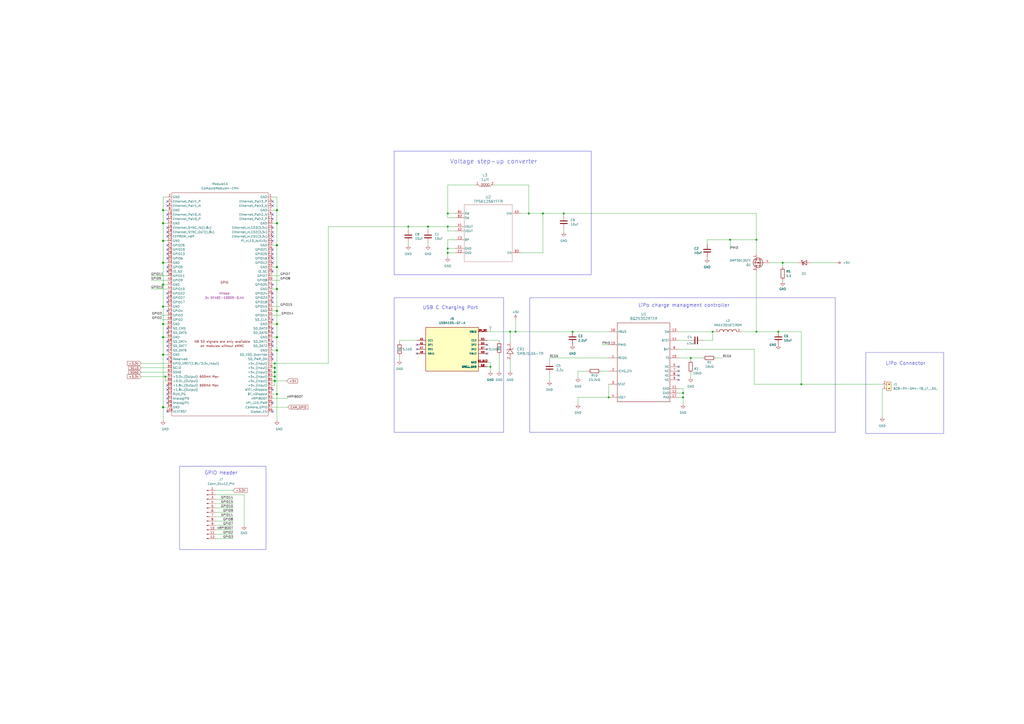
<source format=kicad_sch>
(kicad_sch (version 20230121) (generator eeschema)
  (paper "A2")
  (title_block (title "Raspberry Pi Compute Module 4 Carrier Board v1") (date "2023-06-21") (rev "v01") (comment 2 "creativecommons.org/licenses/by-sa/4.0") (comment 3 "License: CC BY 4.0") (comment 4 "Author: Iiro Karppanen"))
  (junction (at 94.615 139.7) (diameter 1.016))
  (junction (at 94.615 205.74) (diameter 1.016))
  (junction (at 327.025 123.825))
  (junction (at 160.655 154.94) (diameter 1.016))
  (junction (at 400.685 207.645))
  (junction (at 160.655 180.34) (diameter 1.016))
  (junction (at 159.385 220.98) (diameter 1.016))
  (junction (at 259.715 123.825))
  (junction (at 159.385 215.9) (diameter 1.016))
  (junction (at 236.855 131.445))
  (junction (at 248.285 131.445))
  (junction (at 314.96 123.825))
  (junction (at 159.385 210.82))
  (junction (at 160.655 142.24) (diameter 1.016))
  (junction (at 413.385 192.405))
  (junction (at 95.885 218.44))
  (junction (at 464.82 222.885))
  (junction (at 438.785 192.405))
  (junction (at 396.24 227.965))
  (junction (at 94.615 165.1) (diameter 1.016))
  (junction (at 451.485 192.405))
  (junction (at 159.385 218.44) (diameter 1.016))
  (junction (at 94.615 236.22) (diameter 1.016))
  (junction (at 259.715 131.445))
  (junction (at 94.615 187.96) (diameter 1.016))
  (junction (at 160.655 167.64) (diameter 1.016))
  (junction (at 396.24 230.505))
  (junction (at 160.655 228.6))
  (junction (at 160.655 195.58) (diameter 1.016))
  (junction (at 438.785 139.065))
  (junction (at 159.385 213.36) (diameter 1.016))
  (junction (at 160.655 129.54) (diameter 1.016))
  (junction (at 94.615 129.54) (diameter 1.016))
  (junction (at 353.06 230.505))
  (junction (at 284.48 212.725))
  (junction (at 94.615 121.92) (diameter 1.016))
  (junction (at 94.615 195.58) (diameter 1.016))
  (junction (at 94.615 152.4) (diameter 1.016))
  (junction (at 160.655 203.2) (diameter 1.016))
  (junction (at 332.105 192.405))
  (junction (at 160.655 187.96) (diameter 1.016))
  (junction (at 160.655 121.92) (diameter 1.016))
  (junction (at 306.705 123.825))
  (junction (at 454.025 152.4))
  (junction (at 299.085 192.405))
  (junction (at 259.715 146.685))
  (junction (at 423.545 139.065))
  (junction (at 295.91 192.405))
  (junction (at 259.715 144.145))
  (junction (at 94.615 177.8) (diameter 1.016))
  (no_connect (at 97.155 154.94))
  (no_connect (at 158.115 226.06))
  (no_connect (at 158.115 127))
  (no_connect (at 158.115 170.18))
  (no_connect (at 97.155 223.52))
  (no_connect (at 241.935 200.025))
  (no_connect (at 158.115 185.42))
  (no_connect (at 158.115 149.86))
  (no_connect (at 393.7 215.265))
  (no_connect (at 158.115 134.62))
  (no_connect (at 158.115 208.28))
  (no_connect (at 97.155 116.84))
  (no_connect (at 241.935 205.105))
  (no_connect (at 158.115 190.5))
  (no_connect (at 97.155 190.5))
  (no_connect (at 97.155 137.16))
  (no_connect (at 97.155 180.34))
  (no_connect (at 158.115 124.46))
  (no_connect (at 158.115 198.12))
  (no_connect (at 158.115 238.76))
  (no_connect (at 158.115 200.66))
  (no_connect (at 97.155 175.26))
  (no_connect (at 158.115 152.4))
  (no_connect (at 158.115 205.74))
  (no_connect (at 97.155 226.06))
  (no_connect (at 97.155 200.66))
  (no_connect (at 158.115 147.32))
  (no_connect (at 158.115 193.04))
  (no_connect (at 97.155 134.62))
  (no_connect (at 97.155 124.46))
  (no_connect (at 158.115 132.08))
  (no_connect (at 282.575 205.105))
  (no_connect (at 97.155 231.14))
  (no_connect (at 97.155 193.04))
  (no_connect (at 97.155 233.68))
  (no_connect (at 97.155 147.32))
  (no_connect (at 393.7 217.805))
  (no_connect (at 158.115 233.68))
  (no_connect (at 97.155 144.78))
  (no_connect (at 158.115 116.84))
  (no_connect (at 97.155 127))
  (no_connect (at 97.155 157.48))
  (no_connect (at 158.115 165.1))
  (no_connect (at 97.155 238.76))
  (no_connect (at 97.155 228.6))
  (no_connect (at 158.115 144.78))
  (no_connect (at 158.115 139.7))
  (no_connect (at 97.155 132.08))
  (no_connect (at 158.115 157.48))
  (no_connect (at 97.155 170.18))
  (no_connect (at 97.155 208.28))
  (no_connect (at 393.7 220.345))
  (no_connect (at 282.575 200.025))
  (no_connect (at 158.115 137.16))
  (no_connect (at 97.155 142.24))
  (no_connect (at 97.155 203.2))
  (no_connect (at 97.155 149.86))
  (no_connect (at 97.155 198.12))
  (no_connect (at 158.115 175.26))
  (no_connect (at 393.7 212.725))
  (no_connect (at 97.155 172.72))
  (no_connect (at 282.575 202.565))
  (no_connect (at 158.115 172.72))
  (no_connect (at 97.155 119.38))
  (no_connect (at 158.115 119.38))
  (no_connect (at 241.935 202.565))
  (wire (pts (xy 158.115 142.24) (xy 160.655 142.24)))
  (wire (pts (xy 158.115 220.98) (xy 159.385 220.98)))
  (wire (pts (xy 158.115 121.92) (xy 160.655 121.92)))
  (wire (pts (xy 259.715 126.365) (xy 264.16 126.365)))
  (wire (pts (xy 158.115 154.94) (xy 160.655 154.94)))
  (wire (pts (xy 335.28 230.505) (xy 353.06 230.505)))
  (wire (pts (xy 282.575 192.405) (xy 295.91 192.405)))
  (wire (pts (xy 340.995 215.265) (xy 335.28 215.265)))
  (wire (pts (xy 158.115 213.36) (xy 159.385 213.36)))
  (wire (pts (xy 400.685 207.645) (xy 407.67 207.645)))
  (wire (pts (xy 413.385 192.405) (xy 414.655 192.405)))
  (wire (pts (xy 259.715 139.065) (xy 259.715 144.145)))
  (wire (pts (xy 410.21 139.065) (xy 423.545 139.065)))
  (wire (pts (xy 159.385 215.9) (xy 159.385 213.36)))
  (wire (pts (xy 158.115 182.88) (xy 163.195 182.88)))
  (wire (pts (xy 295.91 192.405) (xy 299.085 192.405)))
  (wire (pts (xy 158.115 162.56) (xy 162.56 162.56)))
  (wire (pts (xy 158.115 223.52) (xy 159.385 223.52)))
  (wire (pts (xy 236.855 133.35) (xy 236.855 131.445)))
  (wire (pts (xy 454.025 162.56) (xy 454.025 163.195)))
  (wire (pts (xy 264.16 139.065) (xy 259.715 139.065)))
  (wire (pts (xy 160.655 114.3) (xy 160.655 121.92)))
  (wire (pts (xy 393.7 227.965) (xy 396.24 227.965)))
  (wire (pts (xy 236.855 131.445) (xy 248.285 131.445)))
  (wire (pts (xy 451.485 192.405) (xy 464.82 192.405)))
  (wire (pts (xy 264.16 133.985) (xy 259.715 133.985)))
  (wire (pts (xy 393.7 230.505) (xy 396.24 230.505)))
  (wire (pts (xy 259.715 146.685) (xy 259.715 149.225)))
  (wire (pts (xy 158.115 228.6) (xy 160.655 228.6)))
  (wire (pts (xy 95.885 218.44) (xy 97.155 218.44)))
  (wire (pts (xy 94.615 205.74) (xy 94.615 236.22)))
  (wire (pts (xy 158.115 129.54) (xy 160.655 129.54)))
  (wire (pts (xy 470.535 152.4) (xy 485.14 152.4)))
  (wire (pts (xy 231.775 206.375) (xy 231.775 208.788)))
  (wire (pts (xy 93.98 182.88) (xy 97.155 182.88)))
  (wire (pts (xy 410.21 139.065) (xy 410.21 141.605)))
  (wire (pts (xy 160.655 203.2) (xy 160.655 228.6)))
  (wire (pts (xy 158.115 215.9) (xy 159.385 215.9)))
  (wire (pts (xy 94.615 121.92) (xy 97.155 121.92)))
  (wire (pts (xy 511.81 225.425) (xy 511.81 241.935)))
  (wire (pts (xy 141.605 287.02) (xy 125.095 287.02)))
  (wire (pts (xy 94.615 152.4) (xy 94.615 165.1)))
  (wire (pts (xy 348.615 215.265) (xy 353.06 215.265)))
  (wire (pts (xy 393.7 202.565) (xy 437.515 202.565)))
  (wire (pts (xy 236.855 140.97) (xy 236.855 142.24)))
  (wire (pts (xy 160.655 195.58) (xy 160.655 203.2)))
  (wire (pts (xy 159.385 213.36) (xy 159.385 210.82)))
  (wire (pts (xy 135.255 299.72) (xy 125.095 299.72)))
  (wire (pts (xy 464.82 222.885) (xy 511.81 222.885)))
  (wire (pts (xy 160.655 121.92) (xy 160.655 129.54)))
  (wire (pts (xy 94.615 165.1) (xy 97.155 165.1)))
  (wire (pts (xy 423.545 139.065) (xy 438.785 139.065)))
  (wire (pts (xy 289.56 205.74) (xy 289.56 215.265)))
  (wire (pts (xy 446.405 152.4) (xy 454.025 152.4)))
  (wire (pts (xy 302.26 146.685) (xy 314.96 146.685)))
  (wire (pts (xy 231.775 197.485) (xy 231.775 198.755)))
  (wire (pts (xy 437.515 222.885) (xy 464.82 222.885)))
  (wire (pts (xy 158.115 167.64) (xy 160.655 167.64)))
  (wire (pts (xy 259.715 123.825) (xy 264.16 123.825)))
  (wire (pts (xy 248.285 131.445) (xy 259.715 131.445)))
  (wire (pts (xy 393.7 192.405) (xy 413.385 192.405)))
  (wire (pts (xy 306.705 123.825) (xy 302.26 123.825)))
  (wire (pts (xy 400.685 216.535) (xy 400.685 219.075)))
  (wire (pts (xy 94.615 195.58) (xy 97.155 195.58)))
  (wire (pts (xy 94.615 177.8) (xy 94.615 187.96)))
  (wire (pts (xy 259.715 107.315) (xy 276.225 107.315)))
  (wire (pts (xy 95.885 220.98) (xy 95.885 218.44)))
  (wire (pts (xy 94.615 114.3) (xy 94.615 121.92)))
  (wire (pts (xy 295.91 192.405) (xy 295.91 198.755)))
  (wire (pts (xy 81.915 218.44) (xy 95.885 218.44)))
  (wire (pts (xy 335.28 230.505) (xy 335.28 234.315)))
  (wire (pts (xy 314.96 123.825) (xy 327.025 123.825)))
  (wire (pts (xy 158.115 160.02) (xy 162.56 160.02)))
  (wire (pts (xy 259.715 107.315) (xy 259.715 123.825)))
  (wire (pts (xy 135.255 304.8) (xy 125.095 304.8)))
  (wire (pts (xy 94.615 152.4) (xy 97.155 152.4)))
  (wire (pts (xy 295.91 208.915) (xy 295.91 215.265)))
  (wire (pts (xy 286.385 107.315) (xy 306.705 107.315)))
  (wire (pts (xy 259.715 144.145) (xy 264.16 144.145)))
  (wire (pts (xy 94.615 139.7) (xy 97.155 139.7)))
  (wire (pts (xy 135.255 289.56) (xy 125.095 289.56)))
  (wire (pts (xy 248.285 140.97) (xy 248.285 142.24)))
  (wire (pts (xy 259.715 133.985) (xy 259.715 131.445)))
  (wire (pts (xy 353.06 222.885) (xy 353.06 230.505)))
  (wire (pts (xy 413.385 197.485) (xy 413.385 192.405)))
  (wire (pts (xy 81.915 215.9) (xy 97.155 215.9)))
  (wire (pts (xy 259.715 131.445) (xy 264.16 131.445)))
  (wire (pts (xy 94.615 187.96) (xy 94.615 195.58)))
  (wire (pts (xy 159.385 210.82) (xy 190.5 210.82)))
  (wire (pts (xy 429.895 192.405) (xy 438.785 192.405)))
  (wire (pts (xy 160.655 129.54) (xy 160.655 142.24)))
  (wire (pts (xy 423.545 144.78) (xy 423.545 139.065)))
  (wire (pts (xy 93.98 185.42) (xy 97.155 185.42)))
  (wire (pts (xy 282.575 210.185) (xy 284.48 210.185)))
  (wire (pts (xy 437.515 202.565) (xy 437.515 222.885)))
  (wire (pts (xy 190.5 131.445) (xy 236.855 131.445)))
  (wire (pts (xy 314.96 146.685) (xy 314.96 123.825)))
  (wire (pts (xy 318.77 207.645) (xy 353.06 207.645)))
  (wire (pts (xy 160.655 142.24) (xy 160.655 154.94)))
  (wire (pts (xy 454.025 154.94) (xy 454.025 152.4)))
  (wire (pts (xy 415.29 207.645) (xy 419.1 207.645)))
  (wire (pts (xy 299.085 185.42) (xy 299.085 192.405)))
  (wire (pts (xy 438.785 139.065) (xy 438.785 123.825)))
  (wire (pts (xy 135.255 292.1) (xy 125.095 292.1)))
  (wire (pts (xy 94.615 121.92) (xy 94.615 129.54)))
  (wire (pts (xy 87.63 160.02) (xy 97.155 160.02)))
  (wire (pts (xy 248.285 133.35) (xy 248.285 131.445)))
  (wire (pts (xy 259.715 144.145) (xy 259.715 146.685)))
  (wire (pts (xy 160.655 228.6) (xy 160.655 243.84)))
  (wire (pts (xy 160.655 180.34) (xy 160.655 187.96)))
  (wire (pts (xy 160.655 154.94) (xy 160.655 167.64)))
  (wire (pts (xy 158.115 218.44) (xy 159.385 218.44)))
  (wire (pts (xy 158.115 180.34) (xy 160.655 180.34)))
  (wire (pts (xy 135.255 297.18) (xy 125.095 297.18)))
  (wire (pts (xy 327.025 132.715) (xy 327.025 134.62)))
  (wire (pts (xy 94.615 139.7) (xy 94.615 152.4)))
  (wire (pts (xy 438.785 139.065) (xy 438.785 147.32)))
  (wire (pts (xy 327.025 123.825) (xy 438.785 123.825)))
  (wire (pts (xy 306.705 123.825) (xy 314.96 123.825)))
  (wire (pts (xy 135.255 302.26) (xy 125.095 302.26)))
  (wire (pts (xy 94.615 205.74) (xy 97.155 205.74)))
  (wire (pts (xy 332.105 192.405) (xy 353.06 192.405)))
  (wire (pts (xy 393.7 207.645) (xy 400.685 207.645)))
  (wire (pts (xy 158.115 177.8) (xy 162.56 177.8)))
  (wire (pts (xy 259.715 123.825) (xy 259.715 126.365)))
  (wire (pts (xy 306.705 107.315) (xy 306.705 123.825)))
  (wire (pts (xy 81.915 210.82) (xy 97.155 210.82)))
  (wire (pts (xy 94.615 236.22) (xy 97.155 236.22)))
  (wire (pts (xy 318.77 217.17) (xy 318.77 220.98)))
  (wire (pts (xy 282.575 212.725) (xy 284.48 212.725)))
  (wire (pts (xy 454.025 152.4) (xy 462.915 152.4)))
  (wire (pts (xy 94.615 187.96) (xy 97.155 187.96)))
  (wire (pts (xy 158.115 210.82) (xy 159.385 210.82)))
  (wire (pts (xy 94.615 177.8) (xy 97.155 177.8)))
  (wire (pts (xy 190.5 131.445) (xy 190.5 210.82)))
  (wire (pts (xy 284.48 212.725) (xy 284.48 215.265)))
  (wire (pts (xy 289.56 197.485) (xy 289.56 198.12)))
  (wire (pts (xy 318.77 207.645) (xy 318.77 209.55)))
  (wire (pts (xy 396.24 225.425) (xy 396.24 227.965)))
  (wire (pts (xy 327.025 125.095) (xy 327.025 123.825)))
  (wire (pts (xy 135.255 307.34) (xy 125.095 307.34)))
  (wire (pts (xy 97.155 114.3) (xy 94.615 114.3)))
  (wire (pts (xy 259.715 146.685) (xy 264.16 146.685)))
  (wire (pts (xy 159.385 223.52) (xy 159.385 220.98)))
  (wire (pts (xy 407.67 197.485) (xy 413.385 197.485)))
  (wire (pts (xy 158.115 187.96) (xy 160.655 187.96)))
  (wire (pts (xy 158.115 203.2) (xy 160.655 203.2)))
  (wire (pts (xy 87.63 167.64) (xy 97.155 167.64)))
  (wire (pts (xy 125.095 309.88) (xy 135.255 309.88)))
  (wire (pts (xy 135.255 294.64) (xy 125.095 294.64)))
  (wire (pts (xy 159.385 220.98) (xy 159.385 218.44)))
  (wire (pts (xy 125.095 312.42) (xy 135.255 312.42)))
  (wire (pts (xy 94.615 165.1) (xy 94.615 177.8)))
  (wire (pts (xy 464.82 192.405) (xy 464.82 222.885)))
  (wire (pts (xy 396.24 230.505) (xy 396.24 234.315)))
  (wire (pts (xy 159.385 218.44) (xy 159.385 215.9)))
  (wire (pts (xy 393.7 225.425) (xy 396.24 225.425)))
  (wire (pts (xy 438.785 192.405) (xy 451.485 192.405)))
  (wire (pts (xy 158.115 195.58) (xy 160.655 195.58)))
  (wire (pts (xy 94.615 129.54) (xy 94.615 139.7)))
  (wire (pts (xy 400.685 207.645) (xy 400.685 208.915)))
  (wire (pts (xy 158.115 236.22) (xy 167.005 236.22)))
  (wire (pts (xy 349.25 200.025) (xy 353.06 200.025)))
  (wire (pts (xy 400.05 197.485) (xy 393.7 197.485)))
  (wire (pts (xy 94.615 195.58) (xy 94.615 205.74)))
  (wire (pts (xy 284.48 210.185) (xy 284.48 212.725)))
  (wire (pts (xy 158.115 114.3) (xy 160.655 114.3)))
  (wire (pts (xy 438.785 157.48) (xy 438.785 192.405)))
  (wire (pts (xy 87.63 162.56) (xy 97.155 162.56)))
  (wire (pts (xy 94.615 129.54) (xy 97.155 129.54)))
  (wire (pts (xy 135.255 284.48) (xy 125.095 284.48)))
  (wire (pts (xy 241.935 197.485) (xy 231.775 197.485)))
  (wire (pts (xy 159.385 220.98) (xy 166.37 220.98)))
  (wire (pts (xy 81.915 213.36) (xy 97.155 213.36)))
  (wire (pts (xy 94.615 236.22) (xy 94.615 243.84)))
  (wire (pts (xy 160.655 187.96) (xy 160.655 195.58)))
  (wire (pts (xy 141.605 287.02) (xy 141.605 304.8)))
  (wire (pts (xy 158.115 231.14) (xy 167.005 231.14)))
  (wire (pts (xy 396.24 227.965) (xy 396.24 230.505)))
  (wire (pts (xy 160.655 167.64) (xy 160.655 180.34)))
  (wire (pts (xy 97.155 220.98) (xy 95.885 220.98)))
  (wire (pts (xy 299.085 192.405) (xy 332.105 192.405)))
  (wire (pts (xy 282.575 197.485) (xy 289.56 197.485)))
  (wire (pts (xy 335.28 215.265) (xy 335.28 219.075)))
  (wire (pts (xy 410.21 149.225) (xy 410.21 149.86)))
  (rectangle (start 228.6 87.63) (end 342.9 159.385))
  (rectangle (start 307.34 172.72) (end 484.505 250.825))
  (rectangle (start 228.6 172.72) (end 292.1 250.825))
  (rectangle (start 104.14 270.51) (end 154.305 318.77))
  (rectangle (start 502.285 204.47) (end 547.37 251.46))
  (text "USB C Charging Port\n" (at 245.11 179.705 0) (effects (font (size 2 2)) (justify left bottom)))
  (text "LiPo charge managment controller\n\n" (at 370.205 181.61 0) (effects (font (size 2 2)) (justify left bottom)))
  (text "GPIO Header" (at 137.795 275.59 0) (effects (font (size 2 2)) (justify right bottom)))
  (text "Voltage step-up converter" (at 260.985 95.25 0) (effects (font (size 2.5 2.5)) (justify left bottom)))
  (text "LiPo Connector\n\n" (at 513.715 215.265 0) (effects (font (size 2 2)) (justify left bottom)))
  (label "GPIO10" (at 87.63 167.64 0))
  (label "GPIO11" (at 135.255 299.72 180))
  (label "GPIO3" (at 93.98 182.88 180))
  (label "GPIO15" (at 135.255 292.1 180))
  (label "REGN" (at 419.1 207.645 0))
  (label "GPIO9" (at 87.63 162.56 0))
  (label "GPIO7" (at 135.255 304.8 180))
  (label "GPIO2" (at 93.98 185.42 180))
  (label "PMID" (at 349.25 200.025 0))
  (label "GPIO11" (at 87.63 160.02 0))
  (label "GPIO2" (at 135.255 309.88 180))
  (label "REGN" (at 318.77 207.645 0))
  (label "nRPIBOOT" (at 135.255 307.34 180))
  (label "GPIO14" (at 135.255 289.56 180))
  (label "PMID" (at 423.545 144.78 0))
  (label "GPIO8" (at 162.56 162.56 0))
  (label "nRPIBOOT" (at 166.37 231.14 0))
  (label "GPIO7" (at 162.56 160.02 0))
  (label "GPIO9" (at 135.255 297.18 180))
  (label "GPIO15" (at 162.56 177.8 0))
  (label "GPIO14" (at 163.195 182.88 0))
  (label "GPIO8" (at 135.255 302.26 180))
  (label "GPIO10" (at 135.255 294.64 180))
  (label "GPIO3" (at 135.255 312.42 180))
  (global_label "SCL0" (shape input) (at 81.915 213.36 180) (property "Intersheetrefs" "${INTERSHEET_REFS}" (effects hide)))
  (global_label "+3.3V" (shape input) (at 135.255 284.48 0) (property "Intersheetrefs" "${INTERSHEET_REFS}" (effects hide)))
  (global_label "+3.3V" (shape input) (at 81.915 218.44 180) (property "Intersheetrefs" "${INTERSHEET_REFS}" (effects hide)))
  (global_label "+3.3V" (shape input) (at 81.915 210.82 180) (property "Intersheetrefs" "${INTERSHEET_REFS}" (effects hide)))
  (global_label "+5V" (shape input) (at 166.37 220.98 0) (property "Intersheetrefs" "${INTERSHEET_REFS}" (effects hide)))
  (global_label "SDA0" (shape input) (at 81.915 215.9 180) (property "Intersheetrefs" "${INTERSHEET_REFS}" (effects hide)))
  (global_label "CAM_GPIO" (shape input) (at 167.005 236.22 0) (property "Intersheetrefs" "${INTERSHEET_REFS}" (effects hide)))
  (netclass_flag "" (length 2.54) (shape round) (at 284.48 192.405 0) (property "Netclass" "Power" (effects hide)))
  (symbol (lib_id "Device:R") (at 400.685 212.725 180) (unit 1)
    (property "Reference" "R2" (at 403.86 213.995 0))
    (property "Value" "10kΩ" (at 404.495 216.535 0))
    (property "Footprint" "Resistor_SMD:R_0603_1608Metric" (effects hide))
  )
  (symbol (lib_id "Device:C") (at 318.77 213.36 0) (unit 1)
    (property "Reference" "C5" (at 322.58 212.09 0) (effects (justify left)))
    (property "Value" "2.2u" (at 322.58 214.63 0) (effects (justify left)))
    (property "Footprint" "Capacitor_SMD:C_0603_1608Metric" (effects hide))
  )
  (symbol (lib_id "Device:C") (at 403.86 197.485 90) (unit 1)
    (property "Reference" "C4" (at 400.05 195.58 90))
    (property "Value" "47nF" (at 400.685 199.39 90))
    (property "Footprint" "Capacitor_SMD:C_0603_1608Metric" (effects hide))
  )
  (symbol (lib_id "dk_Fixed-Inductors:82473C") (at 281.305 107.315 0) (unit 1)
    (property "Reference" "L3" (at 281.305 101.6 0) (effects (font (size 1.524 1.524))))
    (property "Value" "1uH" (at 281.305 104.14 0) (effects (font (size 1.524 1.524))))
    (property "Footprint" "Inductor_SMD:L_0603_1608Metric" (effects hide))
    (property "Datasheet" "https://www.murata-ps.com/data/magnetics/kmp_8200c.pdf" (effects hide))
    (property "Digi-Key_PN" "811-2477-1-ND" (effects hide))
    (property "MPN" "82473C" (effects hide))
    (property "Category" "Inductors, Coils, Chokes" (effects hide))
    (property "Family" "Fixed Inductors" (effects hide))
    (property "DK_Datasheet_Link" "https://www.murata-ps.com/data/magnetics/kmp_8200c.pdf" (effects hide))
    (property "DK_Detail_Page" "/product-detail/en/murata-power-solutions-inc/82473C/811-2477-1-ND/3178548" (effects hide))
    (property "Description" "FIXED IND 47UH 250MA 1.69 OHM" (effects hide))
    (property "Manufacturer" "Murata Power Solutions Inc." (effects hide))
    (property "Status" "Active" (effects hide))
  )
  (symbol (lib_id "Diode:CDBA340-HF") (at 466.725 152.4 0) (unit 1)
    (property "Reference" "D1" (at 466.4075 158.75 0))
    (property "Value" "CDBA340-HF" (effects hide))
    (property "Footprint" "Diode_SMD:D_SMA" (effects hide))
    (property "Datasheet" "https://www.comchiptech.com/admin/files/product/CDBA340-HF%20Thru193640.%20CDBA3100-HF%20RevB.pdf" (effects hide))
  )
  (symbol (lib_id "power:GND") (at 94.615 243.84 0) (unit 1)
    (property "Reference" "#PWR0101" (effects hide))
    (property "Value" "GND" (at 95.885 248.92 0))
  )
  (symbol (lib_id "Device:R") (at 289.56 201.93 180) (unit 1)
    (property "Reference" "R9" (at 289.687 202.057 90))
    (property "Value" "5.1kΩ" (at 286.385 202.565 0))
    (property "Footprint" "Resistor_SMD:R_0603_1608Metric" (effects hide))
  )
  (symbol (lib_id "Device:R") (at 344.805 215.265 90) (unit 1)
    (property "Reference" "R10" (at 344.805 217.805 90))
    (property "Value" "23.2kΩ" (at 344.805 220.345 90))
    (property "Footprint" "Resistor_SMD:R_0603_1608Metric" (effects hide))
  )
  (symbol (lib_id "power:GND") (at 160.655 243.84 0) (unit 1)
    (property "Reference" "#PWR0102" (effects hide))
    (property "Value" "GND" (at 161.925 248.92 0))
  )
  (symbol (lib_name "GND_3") (lib_id "power:GND") (at 318.77 220.98 0) (unit 1)
    (property "Reference" "#PWR018" (effects hide))
    (property "Value" "GND" (at 318.77 226.06 0))
  )
  (symbol (lib_id "CM4IO:ComputeModule4-CM4") (at 130.175 170.18 0) (unit 1)
    (property "Reference" "Module1" (at 127.635 106.68 0))
    (property "Value" "ComputeModule4-CM4" (at 127.635 109.22 0))
    (property "Footprint" "CM4IO:Raspberry-Pi-4-Compute-Module" (effects hide))
    (property "Manufacturer" "Hirose" (at 130.175 170.18 0))
    (property "MPN" "2x DF40C-100DS-0.4V" (at 130.175 172.72 0))
    (property "Digi-Key_PN" "2x H11615CT-ND" (effects hide))
    (property "Digi-Key_PN (Alt)" "2x H124602CT-ND" (effects hide))
  )
  (symbol (lib_id "Device:C") (at 248.285 137.16 0) (unit 1)
    (property "Reference" "C1" (at 252.095 135.89 0) (effects (justify left)))
    (property "Value" "10uF" (at 252.095 138.43 0) (effects (justify left)))
    (property "Footprint" "Capacitor_SMD:C_0603_1608Metric" (effects hide))
  )
  (symbol (lib_name "GND_1") (lib_id "power:GND") (at 332.105 200.025 0) (unit 1)
    (property "Reference" "#PWR010" (effects hide))
    (property "Value" "GND" (at 332.105 205.105 0))
  )
  (symbol (lib_name "GND_8") (lib_id "power:GND") (at 289.56 215.265 0) (unit 1)
    (property "Reference" "#PWR013" (effects hide))
    (property "Value" "GND" (at 289.56 220.345 0))
  )
  (symbol (lib_id "MAKK2016T1R0M:MAKK2016T1R0M") (at 422.275 192.405 0) (unit 1)
    (property "Reference" "L2" (at 422.275 186.055 0))
    (property "Value" "MAKK2016T1R0M" (at 422.275 188.595 0))
    (property "Footprint" "INDC2016X100N" (effects hide))
  )
  (symbol (lib_name "GND_3") (lib_id "power:GND") (at 410.21 149.86 0) (unit 1)
    (property "Reference" "#PWR03" (effects hide))
    (property "Value" "GND" (at 410.21 154.94 0))
  )
  (symbol (lib_id "Device:C") (at 410.21 145.415 0) (unit 1)
    (property "Reference" "C2" (at 402.59 144.145 0) (effects (justify left)))
    (property "Value" "10uF" (at 402.59 146.685 0) (effects (justify left)))
    (property "Footprint" "Capacitor_SMD:C_0603_1608Metric" (effects hide))
  )
  (symbol (lib_name "GND_6") (lib_id "power:GND") (at 248.285 142.24 0) (unit 1)
    (property "Reference" "#PWR01" (effects hide))
    (property "Value" "GND" (at 248.285 147.32 0))
  )
  (symbol (lib_id "power:+5V") (at 299.085 185.42 0) (unit 1)
    (property "Reference" "#PWR025" (effects hide))
    (property "Value" "+5V" (at 299.085 180.975 0))
  )
  (symbol (lib_name "GND_2") (lib_id "power:GND") (at 511.81 241.935 0) (unit 1)
    (property "Reference" "#PWR02" (effects hide))
    (property "Value" "GND" (at 511.81 247.015 0))
  )
  (symbol (lib_id "Device:C") (at 236.855 137.16 0) (unit 1)
    (property "Reference" "C8" (at 240.665 135.89 0) (effects (justify left)))
    (property "Value" "10uF" (at 240.665 138.43 0) (effects (justify left)))
    (property "Footprint" "Capacitor_SMD:C_0603_1608Metric" (effects hide))
  )
  (symbol (lib_name "GND_4") (lib_id "power:GND") (at 451.485 200.025 0) (unit 1)
    (property "Reference" "#PWR020" (effects hide))
    (property "Value" "GND" (at 448.31 200.025 0))
  )
  (symbol (lib_id "Device:C") (at 451.485 196.215 0) (unit 1)
    (property "Reference" "C6" (at 454.66 194.945 0) (effects (justify left)))
    (property "Value" "10uF" (at 454.66 197.485 0) (effects (justify left)))
    (property "Footprint" "Capacitor_SMD:C_0805_2012Metric" (effects hide))
  )
  (symbol (lib_name "GND_4") (lib_id "power:GND") (at 396.24 234.315 0) (unit 1)
    (property "Reference" "#PWR021" (effects hide))
    (property "Value" "GND" (at 396.24 239.395 0))
  )
  (symbol (lib_id "SMBJ5-0A-TR:SMBJ5.0A-TR") (at 295.91 198.755 270) (unit 1)
    (property "Reference" "CR1" (at 299.72 202.565 90) (effects (font (size 1.524 1.524)) (justify left)))
    (property "Value" "SMBJ5.0A-TR" (at 299.72 205.105 90) (effects (font (size 1.524 1.524)) (justify left)))
    (property "Footprint" "SMBJ5-0A-TR:SMB_STM" (effects hide))
    (property "Datasheet" "SMBJ5.0A-TR" (effects hide))
  )
  (symbol (lib_id "Transistor_FET:DMP3013SFV") (at 441.325 152.4 180) (unit 1)
    (property "Reference" "Q1" (at 435.61 153.67 0) (effects (justify left)))
    (property "Value" "DMP3013SFV" (at 435.61 151.13 0) (effects (justify left)))
    (property "Footprint" "Package_SON:Diodes_PowerDI3333-8" (effects hide))
    (property "Datasheet" "https://www.diodes.com/assets/Datasheets/DMP3013SFV.pdf" (effects hide))
  )
  (symbol (lib_id "BQ25302:BQ25302RTER") (at 373.38 210.185 0) (unit 1)
    (property "Reference" "U1" (at 373.38 182.245 0) (effects (font (size 1.524 1.524))))
    (property "Value" "BQ25302RTER" (at 373.38 184.785 0) (effects (font (size 1.524 1.524))))
    (property "Footprint" "BQ25302:RTE0016C" (effects hide))
    (property "Datasheet" "https://www.ti.com/lit/ds/symlink/bq25302.pdf" (effects hide))
  )
  (symbol (lib_id "USB4105-GF-A:USB4105-GF-A") (at 262.255 202.565 0) (unit 1)
    (property "Reference" "J6" (at 262.255 184.785 0))
    (property "Value" "USB4105-GF-A" (at 262.255 187.325 0))
    (property "Footprint" "USB4105-GF-A:GCT_USB4105-GF-A" (effects hide))
    (property "PARTREV" "A3" (effects hide))
    (property "STANDARD" "Manufacturer Recommendations" (effects hide))
    (property "MAXIMUM_PACKAGE_HEIGHT" "3.31 mm" (effects hide))
    (property "MANUFACTURER" "GCT" (effects hide))
  )
  (symbol (lib_name "GND_5") (lib_id "power:GND") (at 454.025 163.195 0) (unit 1)
    (property "Reference" "#PWR05" (effects hide))
    (property "Value" "GND" (at 454.025 167.64 0))
  )
  (symbol (lib_id "TPS61256YFFR:TPS61256YFFR") (at 284.48 133.985 0) (mirror y) (unit 1)
    (property "Reference" "U2" (at 283.21 114.3 0) (effects (font (size 1.524 1.524))))
    (property "Value" "TPS61256YFFR" (at 283.21 116.84 0) (effects (font (size 1.524 1.524))))
    (property "Footprint" "YFF0009ACAG" (effects hide))
    (property "Datasheet" "TPS61256YFFR" (effects hide))
  )
  (symbol (lib_id "power:GND") (at 141.605 304.8 0) (mirror y) (unit 1)
    (property "Reference" "#PWR0103" (effects hide))
    (property "Value" "GND" (at 141.478 309.1942 0))
    (instances (project "rpi-cm4-base-carrier" (path "" (reference "#PWR0103") (unit 1))) (project "carrier_board_v1" (path "" (reference "#PWR023") (unit 1))))
  )
  (symbol (lib_name "GND_3") (lib_id "power:GND") (at 335.28 234.315 0) (unit 1)
    (property "Reference" "#PWR016" (effects hide))
    (property "Value" "GND" (at 335.28 239.395 0))
  )
  (symbol (lib_id "Connector:Conn_01x12_Pin") (at 120.015 297.18 0) (unit 1)
    (property "Reference" "J7" (at 128.27 278.13 0))
    (property "Value" "Conn_01x12_Pin" (at 128.27 280.67 0))
    (property "Footprint" "Connector_PinHeader_2.54mm:PinHeader_1x12_P2.54mm_Vertical" (effects hide))
  )
  (symbol (lib_name "GND_8") (lib_id "power:GND") (at 231.775 208.788 0) (unit 1)
    (property "Reference" "#PWR09" (effects hide))
    (property "Value" "GND" (at 231.775 213.995 0))
  )
  (symbol (lib_id "dk_Rectangular-Connectors-Headers-Male-Pins:B2B-PH-SM4-TB_LF__SN_") (at 514.35 225.425 90) (unit 1)
    (property "Reference" "J1" (at 518.16 222.885 90) (effects (justify right)))
    (property "Value" "B2B-PH-SM4-TB_LF__SN_" (at 518.16 225.425 90) (effects (justify right)))
    (property "Footprint" "digikey-footprints:PinHeader_1x2_P2mm" (effects hide))
    (property "Datasheet" "http://www.jst-mfg.com/product/pdf/eng/ePH.pdf" (effects hide))
    (property "Digi-Key_PN" "455-1734-1-ND" (effects hide))
    (property "MPN" "B2B-PH-SM4-TB(LF)(SN)" (effects hide))
    (property "Category" "Connectors, Interconnects" (effects hide))
    (property "Family" "Rectangular Connectors - Headers, Male Pins" (effects hide))
    (property "DK_Datasheet_Link" "http://www.jst-mfg.com/product/pdf/eng/ePH.pdf" (effects hide))
    (property "DK_Detail_Page" "/product-detail/en/jst-sales-america-inc/B2B-PH-SM4-TB(LF)(SN)/455-1734-1-ND/926831" (effects hide))
    (property "Description" "CONN HEADER SMD 2POS 2MM" (effects hide))
    (property "Manufacturer" "JST Sales America Inc." (effects hide))
    (property "Status" "Active" (effects hide))
  )
  (symbol (lib_id "Device:C") (at 332.105 196.215 0) (unit 1)
    (property "Reference" "C3" (at 335.28 194.945 0) (effects (justify left)))
    (property "Value" "2.2uF" (at 335.28 197.485 0) (effects (justify left)))
    (property "Footprint" "Capacitor_SMD:C_0603_1608Metric" (effects hide))
  )
  (symbol (lib_id "Device:R") (at 411.48 207.645 90) (unit 1)
    (property "Reference" "R1" (at 411.48 210.185 90))
    (property "Value" "10kΩ" (at 411.48 212.725 90))
    (property "Footprint" "Resistor_SMD:R_0603_1608Metric" (effects hide))
  )
  (symbol (lib_id "power:+5V") (at 485.14 152.4 270) (unit 1)
    (property "Reference" "#PWR014" (effects hide))
    (property "Value" "+5V" (at 488.95 152.4 90) (effects (justify left)))
  )
  (symbol (lib_id "Device:C") (at 327.025 128.905 0) (unit 1)
    (property "Reference" "C9" (at 330.835 127.635 0) (effects (justify left)))
    (property "Value" "10uF" (at 330.835 130.175 0) (effects (justify left)))
    (property "Footprint" "Capacitor_SMD:C_0603_1608Metric" (effects hide))
  )
  (symbol (lib_name "GND_6") (lib_id "power:GND") (at 259.715 149.225 0) (unit 1)
    (property "Reference" "#PWR028" (effects hide))
    (property "Value" "GND" (at 259.715 154.305 0))
  )
  (symbol (lib_name "GND_6") (lib_id "power:GND") (at 236.855 142.24 0) (unit 1)
    (property "Reference" "#PWR04" (effects hide))
    (property "Value" "GND" (at 236.855 147.32 0))
  )
  (symbol (lib_name "GND_4") (lib_id "power:GND") (at 400.685 219.075 0) (unit 1)
    (property "Reference" "#PWR019" (effects hide))
    (property "Value" "GND" (at 400.685 224.155 0))
  )
  (symbol (lib_id "Device:R") (at 231.775 202.565 180) (unit 1)
    (property "Reference" "R6" (at 231.902 202.692 90))
    (property "Value" "5.1kΩ" (at 236.22 202.565 0))
    (property "Footprint" "Resistor_SMD:R_0603_1608Metric" (effects hide))
  )
  (symbol (lib_id "Device:R") (at 454.025 158.75 180) (unit 1)
    (property "Reference" "R5" (at 455.93 157.48 0) (effects (justify right)))
    (property "Value" "1.1" (at 455.93 160.02 0) (effects (justify right)))
    (property "Footprint" "Resistor_SMD:R_0402_1005Metric" (effects hide))
  )
  (symbol (lib_name "GND_3") (lib_id "power:GND") (at 335.28 219.075 0) (unit 1)
    (property "Reference" "#PWR017" (effects hide))
    (property "Value" "GND" (at 335.28 224.155 0))
  )
  (symbol (lib_name "GND_9") (lib_id "power:GND") (at 295.91 215.265 0) (unit 1)
    (property "Reference" "#PWR024" (effects hide))
    (property "Value" "GND" (at 295.91 220.345 0))
  )
  (symbol (lib_name "GND_6") (lib_id "power:GND") (at 327.025 134.62 0) (unit 1)
    (property "Reference" "#PWR027" (effects hide))
    (property "Value" "GND" (at 327.025 139.7 0))
  )
  (symbol (lib_name "GND_7") (lib_id "power:GND") (at 284.48 215.265 0) (unit 1)
    (property "Reference" "#PWR026" (effects hide))
    (property "Value" "GND" (at 284.48 220.345 0))
  )
)
</source>
